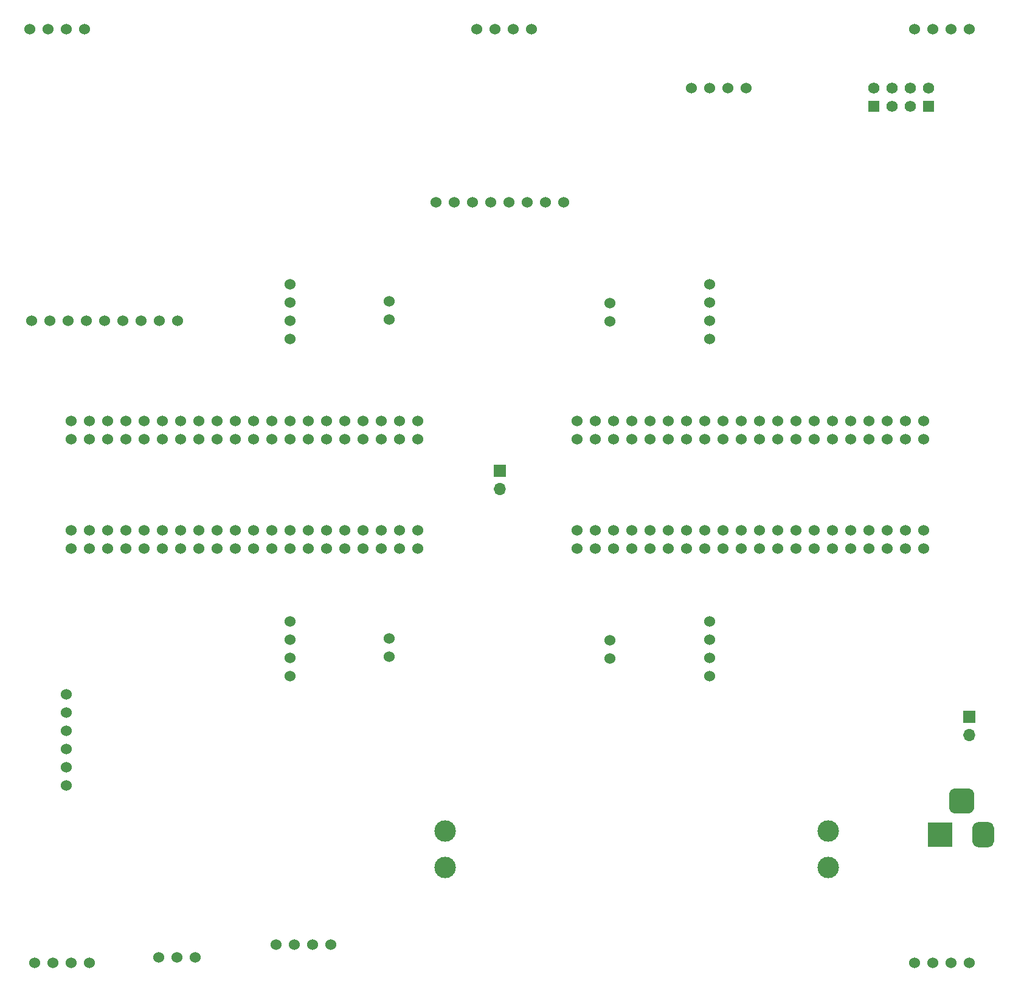
<source format=gbr>
%TF.GenerationSoftware,KiCad,Pcbnew,(5.1.9)-1*%
%TF.CreationDate,2021-04-29T12:00:25-07:00*%
%TF.ProjectId,pcbDesignForAutonomousDrivingProject,70636244-6573-4696-976e-466f72417574,rev?*%
%TF.SameCoordinates,Original*%
%TF.FileFunction,Soldermask,Top*%
%TF.FilePolarity,Negative*%
%FSLAX46Y46*%
G04 Gerber Fmt 4.6, Leading zero omitted, Abs format (unit mm)*
G04 Created by KiCad (PCBNEW (5.1.9)-1) date 2021-04-29 12:00:25*
%MOMM*%
%LPD*%
G01*
G04 APERTURE LIST*
%ADD10C,1.524000*%
%ADD11R,3.500000X3.500000*%
%ADD12C,3.000000*%
%ADD13C,1.575000*%
%ADD14R,1.575000X1.575000*%
%ADD15O,1.700000X1.700000*%
%ADD16R,1.700000X1.700000*%
G04 APERTURE END LIST*
D10*
%TO.C,U3*%
X110363000Y118745000D03*
X110363000Y121285000D03*
X107823000Y118745000D03*
X107823000Y121285000D03*
X105283000Y118745000D03*
X105283000Y121285000D03*
X102743000Y118745000D03*
X102743000Y121285000D03*
X100203000Y118745000D03*
X100203000Y121285000D03*
X97663000Y118745000D03*
X97663000Y121285000D03*
X95123000Y118745000D03*
X95123000Y121285000D03*
X92583000Y118745000D03*
X92583000Y121285000D03*
X90043000Y118745000D03*
X90043000Y121285000D03*
X87503000Y118745000D03*
X87503000Y121285000D03*
X84963000Y118745000D03*
X84963000Y121285000D03*
X82423000Y118745000D03*
X82423000Y121285000D03*
X79883000Y118745000D03*
X79883000Y121285000D03*
X77343000Y118745000D03*
X77343000Y121285000D03*
X74803000Y118745000D03*
X74803000Y121285000D03*
X72263000Y118745000D03*
X72263000Y121285000D03*
X69723000Y118745000D03*
X69723000Y121285000D03*
X67183000Y118745000D03*
X67183000Y121285000D03*
X64643000Y118745000D03*
X64643000Y121285000D03*
X62103000Y118745000D03*
X62103000Y121285000D03*
%TD*%
%TO.C,J2*%
G36*
G01*
X187878000Y69171000D02*
X187878000Y67421000D01*
G75*
G02*
X187003000Y66546000I-875000J0D01*
G01*
X185253000Y66546000D01*
G75*
G02*
X184378000Y67421000I0J875000D01*
G01*
X184378000Y69171000D01*
G75*
G02*
X185253000Y70046000I875000J0D01*
G01*
X187003000Y70046000D01*
G75*
G02*
X187878000Y69171000I0J-875000D01*
G01*
G37*
G36*
G01*
X190628000Y64596000D02*
X190628000Y62596000D01*
G75*
G02*
X189878000Y61846000I-750000J0D01*
G01*
X188378000Y61846000D01*
G75*
G02*
X187628000Y62596000I0J750000D01*
G01*
X187628000Y64596000D01*
G75*
G02*
X188378000Y65346000I750000J0D01*
G01*
X189878000Y65346000D01*
G75*
G02*
X190628000Y64596000I0J-750000D01*
G01*
G37*
D11*
X183128000Y63596000D03*
%TD*%
D10*
%TO.C,J1*%
X79375000Y46482000D03*
X76835000Y46482000D03*
X74295000Y46482000D03*
%TD*%
%TO.C,U16*%
X61468000Y70485000D03*
X61468000Y73025000D03*
X61468000Y75565000D03*
X61468000Y78105000D03*
X61468000Y80645000D03*
X61468000Y83185000D03*
%TD*%
%TO.C,U14*%
X132588000Y106045000D03*
X132588000Y103505000D03*
X135128000Y106045000D03*
X135128000Y103505000D03*
X137668000Y106045000D03*
X137668000Y103505000D03*
X140208000Y106045000D03*
X140208000Y103505000D03*
X142748000Y106045000D03*
X142748000Y103505000D03*
X145288000Y106045000D03*
X145288000Y103505000D03*
X147828000Y106045000D03*
X147828000Y103505000D03*
X150368000Y106045000D03*
X150368000Y103505000D03*
X152908000Y106045000D03*
X152908000Y103505000D03*
X155448000Y106045000D03*
X155448000Y103505000D03*
X157988000Y106045000D03*
X157988000Y103505000D03*
X160528000Y106045000D03*
X160528000Y103505000D03*
X163068000Y106045000D03*
X163068000Y103505000D03*
X165608000Y106045000D03*
X165608000Y103505000D03*
X168148000Y106045000D03*
X168148000Y103505000D03*
X170688000Y106045000D03*
X170688000Y103505000D03*
X173228000Y106045000D03*
X173228000Y103505000D03*
X175768000Y106045000D03*
X175768000Y103505000D03*
X178308000Y106045000D03*
X178308000Y103505000D03*
X180848000Y106045000D03*
X180848000Y103505000D03*
%TD*%
D12*
%TO.C,U22*%
X114173000Y64135000D03*
X114173000Y59055000D03*
X167513000Y59055000D03*
X167513000Y64135000D03*
%TD*%
D10*
%TO.C,U12*%
X110363000Y103505000D03*
X110363000Y106045000D03*
X107823000Y103505000D03*
X107823000Y106045000D03*
X105283000Y103505000D03*
X105283000Y106045000D03*
X102743000Y103505000D03*
X102743000Y106045000D03*
X100203000Y103505000D03*
X100203000Y106045000D03*
X97663000Y103505000D03*
X97663000Y106045000D03*
X95123000Y103505000D03*
X95123000Y106045000D03*
X92583000Y103505000D03*
X92583000Y106045000D03*
X90043000Y103505000D03*
X90043000Y106045000D03*
X87503000Y103505000D03*
X87503000Y106045000D03*
X84963000Y103505000D03*
X84963000Y106045000D03*
X82423000Y103505000D03*
X82423000Y106045000D03*
X79883000Y103505000D03*
X79883000Y106045000D03*
X77343000Y103505000D03*
X77343000Y106045000D03*
X74803000Y103505000D03*
X74803000Y106045000D03*
X72263000Y103505000D03*
X72263000Y106045000D03*
X69723000Y103505000D03*
X69723000Y106045000D03*
X67183000Y103505000D03*
X67183000Y106045000D03*
X64643000Y103505000D03*
X64643000Y106045000D03*
X62103000Y103505000D03*
X62103000Y106045000D03*
%TD*%
%TO.C,U17*%
X98298000Y48260000D03*
X95758000Y48260000D03*
X93218000Y48260000D03*
X90678000Y48260000D03*
%TD*%
%TO.C,U2*%
X132588000Y121285000D03*
X132588000Y118745000D03*
X135128000Y121285000D03*
X135128000Y118745000D03*
X137668000Y121285000D03*
X137668000Y118745000D03*
X140208000Y121285000D03*
X140208000Y118745000D03*
X142748000Y121285000D03*
X142748000Y118745000D03*
X145288000Y121285000D03*
X145288000Y118745000D03*
X147828000Y121285000D03*
X147828000Y118745000D03*
X150368000Y121285000D03*
X150368000Y118745000D03*
X152908000Y121285000D03*
X152908000Y118745000D03*
X155448000Y121285000D03*
X155448000Y118745000D03*
X157988000Y121285000D03*
X157988000Y118745000D03*
X160528000Y121285000D03*
X160528000Y118745000D03*
X163068000Y121285000D03*
X163068000Y118745000D03*
X165608000Y121285000D03*
X165608000Y118745000D03*
X168148000Y121285000D03*
X168148000Y118745000D03*
X170688000Y121285000D03*
X170688000Y118745000D03*
X173228000Y121285000D03*
X173228000Y118745000D03*
X175768000Y121285000D03*
X175768000Y118745000D03*
X178308000Y121285000D03*
X178308000Y118745000D03*
X180848000Y121285000D03*
X180848000Y118745000D03*
%TD*%
D13*
%TO.C,U20*%
X173863000Y167640000D03*
X176403000Y167640000D03*
X178943000Y167640000D03*
X181483000Y167640000D03*
D14*
X181483000Y165100000D03*
D13*
X178943000Y165100000D03*
X176403000Y165100000D03*
D14*
X173863000Y165100000D03*
%TD*%
D10*
%TO.C,U19*%
X148463000Y167640000D03*
X156083000Y167640000D03*
X153543000Y167640000D03*
X151003000Y167640000D03*
%TD*%
D15*
%TO.C,J4*%
X187198000Y77470000D03*
D16*
X187198000Y80010000D03*
%TD*%
D10*
%TO.C,U15*%
X92583000Y88265000D03*
X92583000Y90805000D03*
X92583000Y93345000D03*
X92583000Y85725000D03*
X106413000Y90955000D03*
X106413000Y88415000D03*
%TD*%
%TO.C,U13*%
X137173000Y90655000D03*
X137173000Y88115000D03*
X151003000Y93345000D03*
X151003000Y85725000D03*
X151003000Y88265000D03*
X151003000Y90805000D03*
%TD*%
%TO.C,U11*%
X76962000Y135255000D03*
X56642000Y135255000D03*
X59182000Y135255000D03*
X61722000Y135255000D03*
X64262000Y135255000D03*
X66802000Y135255000D03*
X69342000Y135255000D03*
X71882000Y135255000D03*
X74422000Y135255000D03*
%TD*%
%TO.C,U5*%
X118618000Y175895000D03*
X126238000Y175895000D03*
X123698000Y175895000D03*
X121158000Y175895000D03*
%TD*%
%TO.C,U10*%
X106413000Y135405000D03*
X106413000Y137945000D03*
X92583000Y132715000D03*
X92583000Y140335000D03*
X92583000Y137795000D03*
X92583000Y135255000D03*
%TD*%
%TO.C,U9*%
X58928000Y175895000D03*
X61468000Y175895000D03*
X64008000Y175895000D03*
X56388000Y175895000D03*
%TD*%
%TO.C,U7*%
X179578000Y45720000D03*
X187198000Y45720000D03*
X184658000Y45720000D03*
X182118000Y45720000D03*
%TD*%
%TO.C,U6*%
X59563000Y45720000D03*
X62103000Y45720000D03*
X64643000Y45720000D03*
X57023000Y45720000D03*
%TD*%
%TO.C,U4*%
X130683000Y151765000D03*
X112903000Y151765000D03*
X115443000Y151765000D03*
X117983000Y151765000D03*
X120523000Y151765000D03*
X123063000Y151765000D03*
X125603000Y151765000D03*
X128143000Y151765000D03*
%TD*%
%TO.C,U1*%
X151003000Y137795000D03*
X151003000Y135255000D03*
X151003000Y132715000D03*
X151003000Y140335000D03*
X137173000Y135105000D03*
X137173000Y137645000D03*
%TD*%
D15*
%TO.C,J3*%
X121793000Y111760000D03*
D16*
X121793000Y114300000D03*
%TD*%
D10*
%TO.C,U8*%
X179578000Y175895000D03*
X187198000Y175895000D03*
X184658000Y175895000D03*
X182118000Y175895000D03*
%TD*%
M02*

</source>
